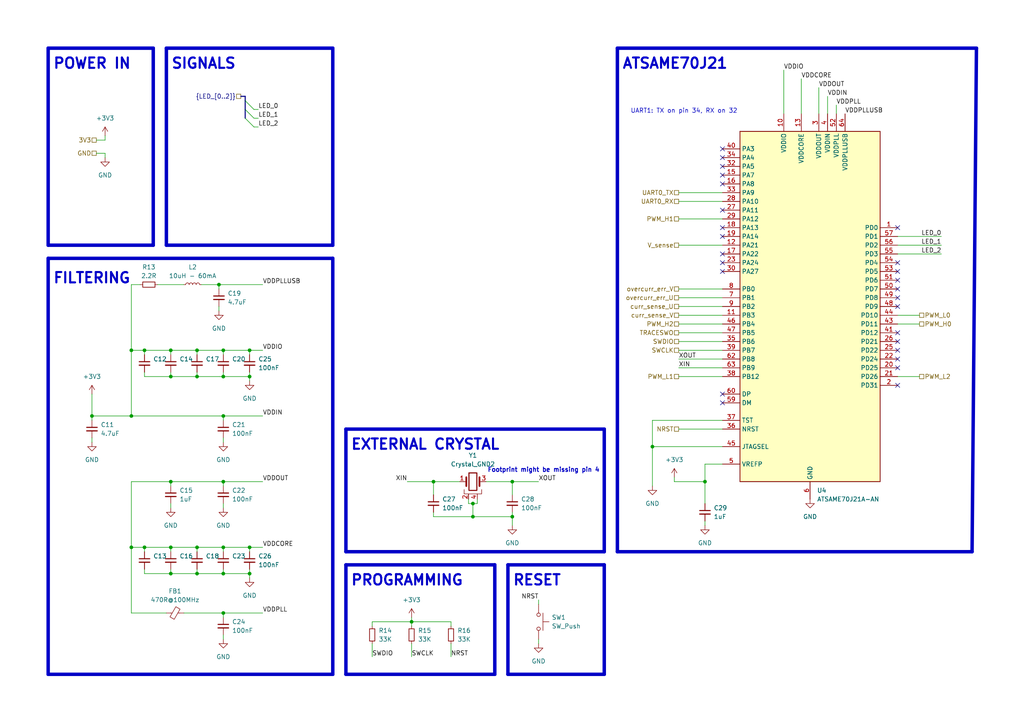
<source format=kicad_sch>
(kicad_sch (version 20211123) (generator eeschema)
  (paper "A4")
  (title_block (title "MCU") (date "2022-07-21") (rev "1"))
  (lib_symbols
    (symbol "Device:C_Small" (pin_numbers hide) (pin_names (offset 0.254) hide)
      (property "Reference" "C" (at 0.254 1.778 0))
      (property "Value" "C_Small" (at 0.254 -2.032 0))
      (symbol "C_Small_0_1"
        (polyline (pts (xy -1.524 -0.508) (xy 1.524 -0.508)) (stroke (width 0.3302)))
        (polyline (pts (xy -1.524 0.508) (xy 1.524 0.508)) (stroke (width 0.3048)))
      )
      (symbol "C_Small_1_1"
        (pin passive line (at 0 2.54 270) (length 2.032) (name "~") (number "1"))
        (pin passive line (at 0 -2.54 90) (length 2.032) (name "~") (number "2"))
      )
    )
    (symbol "Device:Crystal_GND2" (pin_names (offset 1.016) hide)
      (property "Reference" "Y1" (at 0 7.62 0))
      (property "Value" "Crystal_GND2" (at 0 5.08 0))
      (symbol "Crystal_GND2_0_1"
        (rectangle (start -1.143 2.54) (end 1.143 -2.54) (stroke (width 0.3048)))
        (polyline (pts (xy -2.54 0) (xy -1.905 0)))
        (polyline (pts (xy -1.905 -1.27) (xy -1.905 1.27)) (stroke (width 0.508)))
        (polyline (pts (xy -1.27 -3.81) (xy -1.27 -3.556)))
        (polyline (pts (xy 1.27 -3.81) (xy 1.27 -3.556)))
        (polyline (pts (xy 1.905 0) (xy 2.54 0)))
        (polyline (pts (xy 1.905 1.27) (xy 1.905 -1.27)) (stroke (width 0.508)))
        (polyline (pts (xy -2.54 -2.286) (xy -2.54 -3.556) (xy 2.54 -3.556) (xy 2.54 -2.286)))
      )
      (symbol "Crystal_GND2_1_1"
        (pin passive line (at -3.81 0 0) (length 1.27) (name "1") (number "1"))
        (pin passive line (at -1.27 -5.08 90) (length 1.27) (name "2") (number "2"))
        (pin passive line (at 3.81 0 180) (length 1.27) (name "3") (number "3"))
        (pin passive line (at 1.27 -5.08 90) (length 1.27) (name "4") (number "4"))
      )
    )
    (symbol "Device:FerriteBead_Small" (pin_numbers hide) (pin_names (offset 0))
      (property "Reference" "FB" (at 1.905 1.27 0))
      (property "Value" "FerriteBead_Small" (at 1.905 -1.27 0))
      (symbol "FerriteBead_Small_0_1"
        (polyline (pts (xy 0 -1.27) (xy 0 -0.7874)))
        (polyline (pts (xy 0 0.889) (xy 0 1.2954)))
        (polyline (pts (xy -1.8288 0.2794) (xy -1.1176 1.4986) (xy 1.8288 -0.2032) (xy 1.1176 -1.4224) (xy -1.8288 0.2794)))
      )
      (symbol "FerriteBead_Small_1_1"
        (pin passive line (at 0 2.54 270) (length 1.27) (name "~") (number "1"))
        (pin passive line (at 0 -2.54 90) (length 1.27) (name "~") (number "2"))
      )
    )
    (symbol "Device:L_Small" (pin_numbers hide) (pin_names (offset 0.254) hide)
      (property "Reference" "L" (at 0.762 1.016 0))
      (property "Value" "L_Small" (at 0.762 -1.016 0))
      (symbol "L_Small_0_1"
        (arc (start 0 -2.032) (mid 0.508 -1.524) (end 0 -1.016))
        (arc (start 0 -1.016) (mid 0.508 -0.508) (end 0 0))
        (arc (start 0 0) (mid 0.508 0.508) (end 0 1.016))
        (arc (start 0 1.016) (mid 0.508 1.524) (end 0 2.032))
      )
      (symbol "L_Small_1_1"
        (pin passive line (at 0 2.54 270) (length 0.508) (name "~") (number "1"))
        (pin passive line (at 0 -2.54 90) (length 0.508) (name "~") (number "2"))
      )
    )
    (symbol "Device:R_Small" (pin_numbers hide) (pin_names (offset 0.254) hide)
      (property "Reference" "R" (at 0.762 0.508 0))
      (property "Value" "R_Small" (at 0.762 -1.016 0))
      (symbol "R_Small_0_1"
        (rectangle (start -0.762 1.778) (end 0.762 -1.778) (stroke (width 0.2032)))
      )
      (symbol "R_Small_1_1"
        (pin passive line (at 0 2.54 270) (length 0.762) (name "~") (number "1"))
        (pin passive line (at 0 -2.54 90) (length 0.762) (name "~") (number "2"))
      )
    )
    (symbol "MCU_Microchip_SAME:ATSAME70J21A-AN"
      (property "Reference" "U" (at -17.78 53.34 0))
      (property "Value" "ATSAME70J21A-AN" (at -12.7 -53.34 0))
      (symbol "ATSAME70J21A-AN_0_1"
        (rectangle (start -20.32 50.8) (end 20.32 -50.8) (stroke (width 0.254)) (fill (type background)))
      )
      (symbol "ATSAME70J21A-AN_1_0"
        (pin power_in line (at 10.16 55.88 270) (length 5.08) (name "VDDPLLUSB") (number "64"))
      )
      (symbol "ATSAME70J21A-AN_1_1"
        (pin bidirectional line (at 25.4 22.86 180) (length 5.08) (name "PD0") (number "1"))
        (pin power_in line (at -7.62 55.88 270) (length 5.08) (name "VDDIO") (number "10"))
        (pin bidirectional line (at -25.4 -2.54 0) (length 5.08) (name "PB3") (number "11"))
        (pin bidirectional line (at -25.4 17.78 0) (length 5.08) (name "PA21") (number "12"))
        (pin power_in line (at -2.54 55.88 270) (length 5.08) (name "VDDCORE") (number "13"))
        (pin passive line (at 0 -55.88 90) (length 5.08) hide (name "GND") (number "14"))
        (pin bidirectional line (at -25.4 38.1 0) (length 5.08) (name "PA7") (number "15"))
        (pin bidirectional line (at -25.4 35.56 0) (length 5.08) (name "PA8") (number "16"))
        (pin bidirectional line (at -25.4 15.24 0) (length 5.08) (name "PA22") (number "17"))
        (pin bidirectional line (at -25.4 22.86 0) (length 5.08) (name "PA13") (number "18"))
        (pin bidirectional line (at -25.4 20.32 0) (length 5.08) (name "PA14") (number "19"))
        (pin bidirectional line (at 25.4 -22.86 180) (length 5.08) (name "PD31") (number "2"))
        (pin bidirectional line (at 25.4 -17.78 180) (length 5.08) (name "PD25") (number "20"))
        (pin bidirectional line (at 25.4 -20.32 180) (length 5.08) (name "PD26") (number "21"))
        (pin bidirectional line (at 25.4 -15.24 180) (length 5.08) (name "PD24") (number "22"))
        (pin bidirectional line (at -25.4 12.7 0) (length 5.08) (name "PA24") (number "23"))
        (pin passive line (at -2.54 55.88 270) (length 5.08) hide (name "VDDCORE") (number "24"))
        (pin bidirectional line (at 25.4 -12.7 180) (length 5.08) (name "PD22") (number "25"))
        (pin bidirectional line (at 25.4 -10.16 180) (length 5.08) (name "PD21") (number "26"))
        (pin bidirectional line (at -25.4 27.94 0) (length 5.08) (name "PA11") (number "27"))
        (pin bidirectional line (at -25.4 30.48 0) (length 5.08) (name "PA10") (number "28"))
        (pin bidirectional line (at -25.4 25.4 0) (length 5.08) (name "PA12") (number "29"))
        (pin power_in line (at 2.54 55.88 270) (length 5.08) (name "VDDOUT") (number "3"))
        (pin bidirectional line (at -25.4 10.16 0) (length 5.08) (name "PA27") (number "30"))
        (pin passive line (at 0 -55.88 90) (length 5.08) hide (name "GND") (number "31"))
        (pin bidirectional line (at -25.4 40.64 0) (length 5.08) (name "PA5") (number "32"))
        (pin bidirectional line (at -25.4 33.02 0) (length 5.08) (name "PA9") (number "33"))
        (pin bidirectional line (at -25.4 43.18 0) (length 5.08) (name "PA4") (number "34"))
        (pin bidirectional line (at -25.4 -10.16 0) (length 5.08) (name "PB6") (number "35"))
        (pin bidirectional line (at -25.4 -35.56 0) (length 5.08) (name "NRST") (number "36"))
        (pin input line (at -25.4 -33.02 0) (length 5.08) (name "TST") (number "37"))
        (pin bidirectional line (at -25.4 -20.32 0) (length 5.08) (name "PB12") (number "38"))
        (pin bidirectional line (at -25.4 -12.7 0) (length 5.08) (name "PB7") (number "39"))
        (pin power_in line (at 5.08 55.88 270) (length 5.08) (name "VDDIN") (number "4"))
        (pin bidirectional line (at -25.4 45.72 0) (length 5.08) (name "PA3") (number "40"))
        (pin bidirectional line (at 25.4 -7.62 180) (length 5.08) (name "PD12") (number "41"))
        (pin passive line (at -7.62 55.88 270) (length 5.08) hide (name "VDDIO") (number "42"))
        (pin bidirectional line (at 25.4 -5.08 180) (length 5.08) (name "PD11") (number "43"))
        (pin bidirectional line (at 25.4 -2.54 180) (length 5.08) (name "PD10") (number "44"))
        (pin input line (at -25.4 -40.64 0) (length 5.08) (name "JTAGSEL") (number "45"))
        (pin bidirectional line (at -25.4 -5.08 0) (length 5.08) (name "PB4") (number "46"))
        (pin bidirectional line (at -25.4 -7.62 0) (length 5.08) (name "PB5") (number "47"))
        (pin bidirectional line (at 25.4 0 180) (length 5.08) (name "PD9") (number "48"))
        (pin bidirectional line (at 25.4 2.54 180) (length 5.08) (name "PD8") (number "49"))
        (pin input line (at -25.4 -45.72 0) (length 5.08) (name "VREFP") (number "5"))
        (pin bidirectional line (at 25.4 5.08 180) (length 5.08) (name "PD7") (number "50"))
        (pin bidirectional line (at 25.4 7.62 180) (length 5.08) (name "PD6") (number "51"))
        (pin power_in line (at 7.62 55.88 270) (length 5.08) (name "VDDPLL") (number "52"))
        (pin bidirectional line (at 25.4 10.16 180) (length 5.08) (name "PD5") (number "53"))
        (pin bidirectional line (at 25.4 12.7 180) (length 5.08) (name "PD4") (number "54"))
        (pin bidirectional line (at 25.4 15.24 180) (length 5.08) (name "PD3") (number "55"))
        (pin bidirectional line (at 25.4 17.78 180) (length 5.08) (name "PD2") (number "56"))
        (pin bidirectional line (at 25.4 20.32 180) (length 5.08) (name "PD1") (number "57"))
        (pin passive line (at -7.62 55.88 270) (length 5.08) hide (name "VDDIO") (number "58"))
        (pin bidirectional line (at -25.4 -27.94 0) (length 5.08) (name "DM") (number "59"))
        (pin power_in line (at 0 -55.88 90) (length 5.08) (name "GND") (number "6"))
        (pin bidirectional line (at -25.4 -25.4 0) (length 5.08) (name "DP") (number "60"))
        (pin passive line (at -2.54 55.88 270) (length 5.08) hide (name "VDDCORE") (number "61"))
        (pin bidirectional line (at -25.4 -15.24 0) (length 5.08) (name "PB8") (number "62"))
        (pin bidirectional line (at -25.4 -17.78 0) (length 5.08) (name "PB9") (number "63"))
        (pin bidirectional line (at -25.4 2.54 0) (length 5.08) (name "PB1") (number "7"))
        (pin bidirectional line (at -25.4 5.08 0) (length 5.08) (name "PB0") (number "8"))
        (pin bidirectional line (at -25.4 0 0) (length 5.08) (name "PB2") (number "9"))
      )
    )
    (symbol "Switch:SW_Push" (pin_numbers hide) (pin_names (offset 1.016) hide)
      (property "Reference" "SW" (at 1.27 2.54 0))
      (property "Value" "SW_Push" (at 0 -1.524 0))
      (symbol "SW_Push_0_1"
        (circle (center -2.032 0) (radius 0.508))
        (polyline (pts (xy 0 1.27) (xy 0 3.048)))
        (polyline (pts (xy 2.54 1.27) (xy -2.54 1.27)))
        (circle (center 2.032 0) (radius 0.508))
        (pin passive line (at -5.08 0 0) (length 2.54) (name "1") (number "1"))
        (pin passive line (at 5.08 0 180) (length 2.54) (name "2") (number "2"))
      )
    )
    (symbol "power:+3V3" (power) (pin_names (offset 0))
      (property "Value" "+3V3" (at 0 3.556 0))
      (symbol "+3V3_0_1"
        (polyline (pts (xy -0.762 1.27) (xy 0 2.54)))
        (polyline (pts (xy 0 0) (xy 0 2.54)))
        (polyline (pts (xy 0 2.54) (xy 0.762 1.27)))
      )
      (symbol "+3V3_1_1"
        (pin power_in line (at 0 0 90) (length 0) hide (name "+3V3") (number "1"))
      )
    )
    (symbol "power:GND" (power) (pin_names (offset 0))
      (property "Value" "GND" (at 0 -3.81 0))
      (symbol "GND_0_1"
        (polyline (pts (xy 0 0) (xy 0 -1.27) (xy 1.27 -1.27) (xy 0 -2.54) (xy -1.27 -1.27) (xy 0 -1.27)))
      )
      (symbol "GND_1_1"
        (pin power_in line (at 0 0 270) (length 0) hide (name "GND") (number "1"))
      )
    )
  )
  (junction (at 57.15 166.37))
  (junction (at 64.77 120.65))
  (junction (at 57.15 109.22))
  (junction (at 64.77 109.22))
  (junction (at 63.5 82.55))
  (junction (at 137.16 146.05))
  (junction (at 49.53 158.75))
  (junction (at 41.91 158.75))
  (junction (at 49.53 139.7))
  (junction (at 38.1 158.75))
  (junction (at 72.39 166.37))
  (junction (at 148.59 139.7))
  (junction (at 26.67 120.65))
  (junction (at 64.77 177.8))
  (junction (at 72.39 158.75))
  (junction (at 72.39 109.22))
  (junction (at 189.23 129.54))
  (junction (at 57.15 101.6))
  (junction (at 119.38 180.34))
  (junction (at 137.16 149.86))
  (junction (at 57.15 158.75))
  (junction (at 64.77 101.6))
  (junction (at 125.73 139.7))
  (junction (at 64.77 158.75))
  (junction (at 41.91 101.6))
  (junction (at 38.1 120.65))
  (junction (at 148.59 149.86))
  (junction (at 49.53 101.6))
  (junction (at 64.77 139.7))
  (junction (at 49.53 109.22))
  (junction (at 64.77 166.37))
  (junction (at 204.47 139.7))
  (junction (at 38.1 101.6))
  (junction (at 72.39 101.6))
  (junction (at 49.53 166.37))
  (no_connect (at 209.55 78.74))
  (no_connect (at 209.55 76.2))
  (no_connect (at 209.55 73.66))
  (no_connect (at 209.55 68.58))
  (no_connect (at 209.55 43.18))
  (no_connect (at 209.55 60.96))
  (no_connect (at 209.55 53.34))
  (no_connect (at 209.55 66.04))
  (no_connect (at 209.55 50.8))
  (no_connect (at 209.55 116.84))
  (no_connect (at 209.55 114.3))
  (no_connect (at 260.35 96.52))
  (no_connect (at 260.35 78.74))
  (no_connect (at 260.35 66.04))
  (no_connect (at 260.35 76.2))
  (no_connect (at 260.35 88.9))
  (no_connect (at 260.35 86.36))
  (no_connect (at 260.35 83.82))
  (no_connect (at 260.35 81.28))
  (no_connect (at 260.35 99.06))
  (no_connect (at 260.35 111.76))
  (no_connect (at 260.35 104.14))
  (no_connect (at 260.35 106.68))
  (no_connect (at 260.35 101.6))
  (no_connect (at 209.55 45.72))
  (no_connect (at 209.55 48.26))
  (bus_entry (at 71.12 34.29) (size 2.54 2.54))
  (bus_entry (at 71.12 31.75) (size 2.54 2.54))
  (bus_entry (at 71.12 29.21) (size 2.54 2.54))
  (wire (pts (xy 119.38 180.34) (xy 130.81 180.34)))
  (wire (pts (xy 63.5 82.55) (xy 76.2 82.55)))
  (polyline (pts (xy 175.26 124.46) (xy 100.33 124.46)) (stroke (width 1) (type solid)))
  (wire (pts (xy 49.53 146.05) (xy 49.53 147.32)))
  (polyline (pts (xy 143.51 163.83) (xy 143.51 195.58)) (stroke (width 1) (type solid)))
  (polyline (pts (xy 283.21 13.97) (xy 179.07 13.97)) (stroke (width 1) (type solid)))
  (wire (pts (xy 38.1 158.75) (xy 38.1 177.8)))
  (wire (pts (xy 64.77 165.1) (xy 64.77 166.37)))
  (wire (pts (xy 38.1 101.6) (xy 38.1 120.65)))
  (wire (pts (xy 260.35 109.22) (xy 266.7 109.22)))
  (wire (pts (xy 189.23 121.92) (xy 189.23 129.54)))
  (polyline (pts (xy 281.94 160.02) (xy 179.07 160.02)) (stroke (width 1) (type solid)))
  (wire (pts (xy 57.15 165.1) (xy 57.15 166.37)))
  (wire (pts (xy 49.53 158.75) (xy 57.15 158.75)))
  (wire (pts (xy 26.67 127) (xy 26.67 128.27)))
  (wire (pts (xy 195.58 139.7) (xy 204.47 139.7)))
  (wire (pts (xy 57.15 101.6) (xy 64.77 101.6)))
  (wire (pts (xy 49.53 160.02) (xy 49.53 158.75)))
  (wire (pts (xy 38.1 158.75) (xy 41.91 158.75)))
  (wire (pts (xy 64.77 109.22) (xy 72.39 109.22)))
  (polyline (pts (xy 13.97 74.93) (xy 96.52 74.93)) (stroke (width 1) (type solid)))
  (wire (pts (xy 204.47 151.13) (xy 204.47 152.4)))
  (wire (pts (xy 119.38 179.07) (xy 119.38 180.34)))
  (polyline (pts (xy 48.26 71.12) (xy 96.52 71.12)) (stroke (width 1) (type solid)))
  (polyline (pts (xy 44.45 13.97) (xy 44.45 71.12)) (stroke (width 1) (type solid)))
  (wire (pts (xy 38.1 139.7) (xy 38.1 158.75)))
  (wire (pts (xy 64.77 127) (xy 64.77 128.27)))
  (wire (pts (xy 135.89 146.05) (xy 137.16 146.05)))
  (wire (pts (xy 64.77 166.37) (xy 72.39 166.37)))
  (wire (pts (xy 57.15 166.37) (xy 64.77 166.37)))
  (wire (pts (xy 156.21 185.42) (xy 156.21 186.69)))
  (wire (pts (xy 119.38 180.34) (xy 119.38 181.61)))
  (wire (pts (xy 125.73 139.7) (xy 133.35 139.7)))
  (polyline (pts (xy 175.26 195.58) (xy 175.26 163.83)) (stroke (width 1) (type solid)))
  (wire (pts (xy 49.53 101.6) (xy 57.15 101.6)))
  (polyline (pts (xy 100.33 124.46) (xy 100.33 160.02)) (stroke (width 1) (type solid)))
  (wire (pts (xy 57.15 109.22) (xy 64.77 109.22)))
  (wire (pts (xy 204.47 134.62) (xy 209.55 134.62)))
  (wire (pts (xy 63.5 88.9) (xy 63.5 90.17)))
  (wire (pts (xy 45.72 82.55) (xy 53.34 82.55)))
  (wire (pts (xy 138.43 146.05) (xy 138.43 144.78)))
  (wire (pts (xy 72.39 158.75) (xy 76.2 158.75)))
  (polyline (pts (xy 147.32 163.83) (xy 147.32 195.58)) (stroke (width 1) (type solid)))
  (polyline (pts (xy 96.52 13.97) (xy 96.52 71.12)) (stroke (width 1) (type solid)))
  (wire (pts (xy 64.77 158.75) (xy 72.39 158.75)))
  (wire (pts (xy 196.85 104.14) (xy 209.55 104.14)))
  (wire (pts (xy 125.73 148.59) (xy 125.73 149.86)))
  (wire (pts (xy 196.85 88.9) (xy 209.55 88.9)))
  (wire (pts (xy 41.91 166.37) (xy 49.53 166.37)))
  (wire (pts (xy 64.77 102.87) (xy 64.77 101.6)))
  (wire (pts (xy 196.85 101.6) (xy 209.55 101.6)))
  (wire (pts (xy 38.1 82.55) (xy 40.64 82.55)))
  (wire (pts (xy 260.35 91.44) (xy 266.7 91.44)))
  (wire (pts (xy 41.91 165.1) (xy 41.91 166.37)))
  (wire (pts (xy 148.59 139.7) (xy 156.21 139.7)))
  (wire (pts (xy 64.77 121.92) (xy 64.77 120.65)))
  (wire (pts (xy 72.39 102.87) (xy 72.39 101.6)))
  (wire (pts (xy 38.1 139.7) (xy 49.53 139.7)))
  (wire (pts (xy 137.16 149.86) (xy 148.59 149.86)))
  (wire (pts (xy 57.15 107.95) (xy 57.15 109.22)))
  (polyline (pts (xy 179.07 13.97) (xy 179.07 160.02)) (stroke (width 1) (type solid)))
  (wire (pts (xy 125.73 139.7) (xy 125.73 143.51)))
  (wire (pts (xy 260.35 93.98) (xy 266.7 93.98)))
  (polyline (pts (xy 48.26 13.97) (xy 96.52 13.97)) (stroke (width 1) (type solid)))
  (wire (pts (xy 26.67 121.92) (xy 26.67 120.65)))
  (wire (pts (xy 196.85 91.44) (xy 209.55 91.44)))
  (wire (pts (xy 49.53 139.7) (xy 49.53 140.97)))
  (polyline (pts (xy 175.26 160.02) (xy 100.33 160.02)) (stroke (width 1) (type solid)))
  (wire (pts (xy 140.97 139.7) (xy 148.59 139.7)))
  (wire (pts (xy 137.16 146.05) (xy 138.43 146.05)))
  (wire (pts (xy 209.55 121.92) (xy 189.23 121.92)))
  (wire (pts (xy 38.1 120.65) (xy 26.67 120.65)))
  (wire (pts (xy 64.77 139.7) (xy 64.77 140.97)))
  (wire (pts (xy 196.85 93.98) (xy 209.55 93.98)))
  (wire (pts (xy 63.5 83.82) (xy 63.5 82.55)))
  (wire (pts (xy 64.77 139.7) (xy 76.2 139.7)))
  (wire (pts (xy 57.15 158.75) (xy 64.77 158.75)))
  (wire (pts (xy 27.94 44.45) (xy 30.48 44.45)))
  (wire (pts (xy 204.47 139.7) (xy 204.47 146.05)))
  (wire (pts (xy 260.35 68.58) (xy 273.05 68.58)))
  (wire (pts (xy 38.1 120.65) (xy 64.77 120.65)))
  (wire (pts (xy 38.1 101.6) (xy 41.91 101.6)))
  (wire (pts (xy 41.91 158.75) (xy 49.53 158.75)))
  (wire (pts (xy 196.85 86.36) (xy 209.55 86.36)))
  (wire (pts (xy 240.03 27.94) (xy 240.03 33.02)))
  (wire (pts (xy 196.85 109.22) (xy 209.55 109.22)))
  (wire (pts (xy 64.77 177.8) (xy 64.77 179.07)))
  (wire (pts (xy 41.91 102.87) (xy 41.91 101.6)))
  (wire (pts (xy 73.66 36.83) (xy 74.93 36.83)))
  (wire (pts (xy 41.91 160.02) (xy 41.91 158.75)))
  (wire (pts (xy 49.53 109.22) (xy 57.15 109.22)))
  (polyline (pts (xy 100.33 195.58) (xy 143.51 195.58)) (stroke (width 1) (type solid)))
  (polyline (pts (xy 13.97 13.97) (xy 13.97 71.12)) (stroke (width 1) (type solid)))
  (wire (pts (xy 64.77 146.05) (xy 64.77 147.32)))
  (polyline (pts (xy 143.51 163.83) (xy 100.33 163.83)) (stroke (width 1) (type solid)))
  (wire (pts (xy 73.66 34.29) (xy 74.93 34.29)))
  (wire (pts (xy 49.53 166.37) (xy 57.15 166.37)))
  (wire (pts (xy 48.26 177.8) (xy 38.1 177.8)))
  (wire (pts (xy 53.34 177.8) (xy 64.77 177.8)))
  (wire (pts (xy 196.85 96.52) (xy 209.55 96.52)))
  (wire (pts (xy 72.39 166.37) (xy 72.39 167.64)))
  (wire (pts (xy 148.59 139.7) (xy 148.59 143.51)))
  (wire (pts (xy 119.38 186.69) (xy 119.38 190.5)))
  (wire (pts (xy 72.39 166.37) (xy 72.39 165.1)))
  (wire (pts (xy 64.77 120.65) (xy 76.2 120.65)))
  (wire (pts (xy 107.95 180.34) (xy 119.38 180.34)))
  (bus (pts (xy 69.85 27.94) (xy 71.12 27.94)))
  (wire (pts (xy 27.94 40.64) (xy 30.48 40.64)))
  (wire (pts (xy 148.59 149.86) (xy 148.59 152.4)))
  (wire (pts (xy 30.48 39.37) (xy 30.48 40.64)))
  (wire (pts (xy 189.23 129.54) (xy 209.55 129.54)))
  (polyline (pts (xy 13.97 74.93) (xy 13.97 195.58)) (stroke (width 1) (type solid)))
  (wire (pts (xy 30.48 44.45) (xy 30.48 45.72)))
  (wire (pts (xy 196.85 99.06) (xy 209.55 99.06)))
  (wire (pts (xy 64.77 101.6) (xy 72.39 101.6)))
  (wire (pts (xy 130.81 181.61) (xy 130.81 180.34)))
  (wire (pts (xy 41.91 107.95) (xy 41.91 109.22)))
  (polyline (pts (xy 175.26 124.46) (xy 175.26 160.02)) (stroke (width 1) (type solid)))
  (wire (pts (xy 107.95 181.61) (xy 107.95 180.34)))
  (wire (pts (xy 49.53 102.87) (xy 49.53 101.6)))
  (wire (pts (xy 125.73 149.86) (xy 137.16 149.86)))
  (wire (pts (xy 26.67 114.3) (xy 26.67 120.65)))
  (wire (pts (xy 260.35 71.12) (xy 273.05 71.12)))
  (wire (pts (xy 57.15 102.87) (xy 57.15 101.6)))
  (wire (pts (xy 189.23 140.97) (xy 189.23 129.54)))
  (bus (pts (xy 71.12 27.94) (xy 71.12 29.21)))
  (wire (pts (xy 64.77 107.95) (xy 64.77 109.22)))
  (bus (pts (xy 71.12 31.75) (xy 71.12 34.29)))
  (polyline (pts (xy 48.26 13.97) (xy 48.26 71.12)) (stroke (width 1) (type solid)))
  (wire (pts (xy 237.49 25.4) (xy 237.49 33.02)))
  (wire (pts (xy 49.53 165.1) (xy 49.53 166.37)))
  (wire (pts (xy 196.85 58.42) (xy 209.55 58.42)))
  (wire (pts (xy 196.85 63.5) (xy 209.55 63.5)))
  (wire (pts (xy 196.85 124.46) (xy 209.55 124.46)))
  (wire (pts (xy 72.39 160.02) (xy 72.39 158.75)))
  (wire (pts (xy 196.85 71.12) (xy 209.55 71.12)))
  (polyline (pts (xy 13.97 13.97) (xy 44.45 13.97)) (stroke (width 1) (type solid)))
  (wire (pts (xy 41.91 101.6) (xy 49.53 101.6)))
  (wire (pts (xy 49.53 107.95) (xy 49.53 109.22)))
  (polyline (pts (xy 96.52 195.58) (xy 13.97 195.58)) (stroke (width 1) (type solid)))
  (wire (pts (xy 196.85 55.88) (xy 209.55 55.88)))
  (polyline (pts (xy 283.21 13.97) (xy 281.94 160.02)) (stroke (width 1) (type solid)))
  (wire (pts (xy 38.1 82.55) (xy 38.1 101.6)))
  (wire (pts (xy 118.11 139.7) (xy 125.73 139.7)))
  (wire (pts (xy 148.59 148.59) (xy 148.59 149.86)))
  (wire (pts (xy 260.35 73.66) (xy 273.05 73.66)))
  (wire (pts (xy 196.85 106.68) (xy 209.55 106.68)))
  (wire (pts (xy 49.53 139.7) (xy 64.77 139.7)))
  (bus (pts (xy 71.12 29.21) (xy 71.12 31.75)))
  (wire (pts (xy 41.91 109.22) (xy 49.53 109.22)))
  (wire (pts (xy 204.47 134.62) (xy 204.47 139.7)))
  (wire (pts (xy 107.95 190.5) (xy 107.95 186.69)))
  (polyline (pts (xy 100.33 163.83) (xy 100.33 195.58)) (stroke (width 1) (type solid)))
  (wire (pts (xy 64.77 184.15) (xy 64.77 185.42)))
  (wire (pts (xy 64.77 160.02) (xy 64.77 158.75)))
  (wire (pts (xy 227.33 20.32) (xy 227.33 33.02)))
  (wire (pts (xy 64.77 177.8) (xy 76.2 177.8)))
  (wire (pts (xy 72.39 109.22) (xy 72.39 110.49)))
  (polyline (pts (xy 96.52 74.93) (xy 96.52 195.58)) (stroke (width 1) (type solid)))
  (wire (pts (xy 232.41 22.86) (xy 232.41 33.02)))
  (wire (pts (xy 58.42 82.55) (xy 63.5 82.55)))
  (wire (pts (xy 195.58 138.43) (xy 195.58 139.7)))
  (polyline (pts (xy 147.32 195.58) (xy 175.26 195.58)) (stroke (width 1) (type solid)))
  (polyline (pts (xy 175.26 163.83) (xy 147.32 163.83)) (stroke (width 1) (type solid)))
  (wire (pts (xy 72.39 101.6) (xy 76.2 101.6)))
  (polyline (pts (xy 13.97 71.12) (xy 44.45 71.12)) (stroke (width 1) (type solid)))
  (wire (pts (xy 73.66 31.75) (xy 74.93 31.75)))
  (wire (pts (xy 57.15 160.02) (xy 57.15 158.75)))
  (wire (pts (xy 135.89 144.78) (xy 135.89 146.05)))
  (wire (pts (xy 130.81 186.69) (xy 130.81 190.5)))
  (wire (pts (xy 72.39 109.22) (xy 72.39 107.95)))
  (wire (pts (xy 156.21 173.99) (xy 156.21 175.26)))
  (wire (pts (xy 242.57 30.48) (xy 242.57 33.02)))
  (wire (pts (xy 196.85 83.82) (xy 209.55 83.82)))
  (wire (pts (xy 137.16 146.05) (xy 137.16 149.86)))
  (text "POWER IN" (at 15.24 20.32 0) (effects (font (size 3 3) bold) (justify left bottom)))
  (text "ATSAME70J21" (at 180.34 20.32 0) (effects (font (size 3 3) (thickness 0.6) bold) (justify left bottom)))
  (text "SIGNALS" (at 49.53 20.32 0) (effects (font (size 3 3) bold) (justify left bottom)))
  (text "EXTERNAL CRYSTAL" (at 101.6 130.81 0) (effects (font (size 3 3) (thickness 0.6) bold) (justify left bottom)))
  (text "UART1: TX on pin 34, RX on 32" (at 182.88 33.02 0) (effects (font (size 1.27 1.27)) (justify left bottom)))
  (text "RESET" (at 148.59 170.18 0) (effects (font (size 3 3) (thickness 0.6) bold) (justify left bottom)))
  (text "Footprint might be missing pin 4" (at 173.99 137.16 180) (effects (font (size 1.27 1.27) (thickness 0.254) bold) (justify right bottom)))
  (text "PROGRAMMING" (at 101.6 170.18 0) (effects (font (size 3 3) (thickness 0.6) bold) (justify left bottom)))
  (text "FILTERING" (at 15.24 82.55 0) (effects (font (size 3 3) (thickness 0.6) bold) (justify left bottom)))
  (label "XIN" (at 118.11 139.7 180))
  (label "VDDCORE" (at 76.2 158.75 0))
  (label "LED_2" (at 74.93 36.83 0))
  (label "XOUT" (at 196.85 104.14 0))
  (label "VDDIO" (at 76.2 101.6 0))
  (label "LED_2" (at 273.05 73.66 180))
  (label "LED_1" (at 273.05 71.12 180))
  (label "XIN" (at 196.85 106.68 0))
  (label "LED_0" (at 74.93 31.75 0))
  (label "NRST" (at 156.21 173.99 180))
  (label "LED_1" (at 74.93 34.29 0))
  (label "VDDPLL" (at 242.57 30.48 0))
  (label "VDDPLLUSB" (at 245.11 33.02 0))
  (label "SWDIO" (at 107.95 190.5 0))
  (label "VDDIO" (at 227.33 20.32 0))
  (label "VDDOUT" (at 76.2 139.7 0))
  (label "NRST" (at 130.81 190.5 0))
  (label "VDDPLLUSB" (at 76.2 82.55 0))
  (label "LED_0" (at 273.05 68.58 180))
  (label "VDDPLL" (at 76.2 177.8 0))
  (label "VDDOUT" (at 237.49 25.4 0))
  (label "VDDCORE" (at 232.41 22.86 0))
  (label "VDDIN" (at 76.2 120.65 0))
  (label "SWCLK" (at 119.38 190.5 0))
  (label "XOUT" (at 156.21 139.7 0))
  (label "VDDIN" (at 240.03 27.94 0))
  (hierarchical_label "TRACESWO" (shape passive) (at 196.85 96.52 180))
  (hierarchical_label "PWM_L2" (shape passive) (at 266.7 109.22 0))
  (hierarchical_label "GND" (shape passive) (at 27.94 44.45 180))
  (hierarchical_label "curr_sense_U" (shape passive) (at 196.85 88.9 180))
  (hierarchical_label "V_sense" (shape passive) (at 196.85 71.12 180))
  (hierarchical_label "PWM_L1" (shape passive) (at 196.85 109.22 180))
  (hierarchical_label "PWM_L0" (shape passive) (at 266.7 91.44 0))
  (hierarchical_label "SWDIO" (shape passive) (at 196.85 99.06 180))
  (hierarchical_label "SWCLK" (shape passive) (at 196.85 101.6 180))
  (hierarchical_label "3V3" (shape passive) (at 27.94 40.64 180))
  (hierarchical_label "curr_sense_V" (shape passive) (at 196.85 91.44 180))
  (hierarchical_label "PWM_H2" (shape passive) (at 196.85 93.98 180))
  (hierarchical_label "{LED_[0..2]}" (shape passive) (at 69.85 27.94 180))
  (hierarchical_label "PWM_H1" (shape passive) (at 196.85 63.5 180))
  (hierarchical_label "UART0_RX" (shape passive) (at 196.85 58.42 180))
  (hierarchical_label "PWM_H0" (shape passive) (at 266.7 93.98 0))
  (hierarchical_label "overcurr_err_U" (shape passive) (at 196.85 86.36 180))
  (hierarchical_label "UART0_TX" (shape passive) (at 196.85 55.88 180))
  (hierarchical_label "overcurr_err_V" (shape passive) (at 196.85 83.82 180))
  (hierarchical_label "NRST" (shape passive) (at 196.85 124.46 180))
  (symbol (lib_id "power:GND") (at 64.77 147.32 0) (unit 1)
    (property "Reference" "#PWR044" (effects hide))
    (property "Value" "GND" (at 64.77 152.4 0))
  )
  (symbol (lib_id "power:GND") (at 72.39 167.64 0) (unit 1)
    (property "Reference" "#PWR047" (effects hide))
    (property "Value" "GND" (at 72.39 172.72 0))
  )
  (symbol (lib_id "power:+3V3") (at 195.58 138.43 0) (unit 1)
    (property "Reference" "#PWR052" (effects hide))
    (property "Value" "+3V3" (at 195.58 133.35 0))
  )
  (symbol (lib_id "Device:C_Small") (at 49.53 162.56 0) (unit 1)
    (property "Reference" "C16" (at 52.07 161.2962 0) (effects (justify left)))
    (property "Value" "100nF" (effects hide))
    (property "Footprint" "Capacitor_SMD:C_0603_1608Metric" (effects hide))
  )
  (symbol (lib_id "Device:C_Small") (at 64.77 105.41 0) (unit 1)
    (property "Reference" "C20" (at 67.31 104.1462 0) (effects (justify left)))
    (property "Value" "100nF" (effects hide))
    (property "Footprint" "Capacitor_SMD:C_0603_1608Metric" (effects hide))
  )
  (symbol (lib_id "Device:C_Small") (at 64.77 124.46 0) (unit 1)
    (property "Reference" "C21" (at 67.31 123.1962 0) (effects (justify left)))
    (property "Value" "100nF" (at 67.31 125.7362 0) (effects (justify left)))
    (property "Footprint" "Capacitor_SMD:C_0603_1608Metric" (effects hide))
  )
  (symbol (lib_id "MCU_Microchip_SAME:ATSAME70J21A-AN") (at 234.95 88.9 0) (unit 1)
    (property "Reference" "U4" (at 236.9694 142.24 0) (effects (justify left)))
    (property "Value" "ATSAME70J21A-AN" (at 236.9694 144.78 0) (effects (justify left)))
    (property "Footprint" "Package_QFP:LQFP-64_10x10mm_P0.5mm" (effects hide))
    (property "Datasheet" "http://ww1.microchip.com/downloads/en/DeviceDoc/SAM-E70-S70-V70-V71-Family-Data-Sheet-DS60001527D.pdf" (effects hide))
  )
  (symbol (lib_id "Device:Crystal_GND2") (at 137.16 139.7 0) (unit 1)
    (property "Reference" "Y1" (at 137.16 132.08 0))
    (property "Value" "Crystal_GND2" (at 137.16 134.62 0))
    (property "Footprint" "ECS-120-10-33B-CKM-TR:XTAL_ECS-120-10-33B-CKM-TR" (effects hide))
    (property "Datasheet" "https://ecsxtal.com/store/pdf/ECS-33B.pdf" (effects hide))
    (property "Part no" "ECS-120-10-33B-CKM-TR" (effects hide))
  )
  (symbol (lib_id "Device:C_Small") (at 57.15 162.56 0) (unit 1)
    (property "Reference" "C18" (at 59.69 161.2962 0) (effects (justify left)))
    (property "Value" "100nF" (effects hide))
    (property "Footprint" "Capacitor_SMD:C_0603_1608Metric" (effects hide))
  )
  (symbol (lib_id "Device:R_Small") (at 130.81 184.15 0) (unit 1)
    (property "Reference" "R16" (at 134.62 182.88 0))
    (property "Value" "33K" (at 134.62 185.42 0))
    (property "Footprint" "Resistor_SMD:R_0603_1608Metric" (effects hide))
  )
  (symbol (lib_id "Device:C_Small") (at 72.39 162.56 0) (unit 1)
    (property "Reference" "C26" (at 74.93 161.2962 0) (effects (justify left)))
    (property "Value" "100nF" (at 74.93 163.8362 0) (effects (justify left)))
    (property "Footprint" "Capacitor_SMD:C_0603_1608Metric" (effects hide))
  )
  (symbol (lib_id "power:GND") (at 204.47 152.4 0) (unit 1)
    (property "Reference" "#PWR053" (effects hide))
    (property "Value" "GND" (at 204.47 157.48 0))
  )
  (symbol (lib_id "power:GND") (at 72.39 110.49 0) (unit 1)
    (property "Reference" "#PWR046" (effects hide))
    (property "Value" "GND" (at 72.39 115.57 0))
  )
  (symbol (lib_id "power:GND") (at 49.53 147.32 0) (unit 1)
    (property "Reference" "#PWR041" (effects hide))
    (property "Value" "GND" (at 49.53 152.4 0))
  )
  (symbol (lib_id "Device:L_Small") (at 55.88 82.55 90) (unit 1)
    (property "Reference" "L2" (at 55.88 77.47 90))
    (property "Value" "10uH - 60mA" (at 55.88 80.01 90))
    (property "Footprint" "Inductor_SMD:L_0201_0603Metric" (effects hide))
    (property "Datasheet" "https://ds.yuden.co.jp/TYCOMPAS/ut/detail?pn=LLQBA160808T100M&u=M" (effects hide))
    (property "Part no" "LB1608T100M" (effects hide))
  )
  (symbol (lib_id "Device:C_Small") (at 49.53 105.41 0) (unit 1)
    (property "Reference" "C14" (at 52.07 104.1462 0) (effects (justify left)))
    (property "Value" "100nF" (effects hide))
    (property "Footprint" "Capacitor_SMD:C_0603_1608Metric" (effects hide))
  )
  (symbol (lib_id "power:GND") (at 189.23 140.97 0) (unit 1)
    (property "Reference" "#PWR051" (effects hide))
    (property "Value" "GND" (at 189.23 146.05 0))
  )
  (symbol (lib_id "power:GND") (at 63.5 90.17 0) (unit 1)
    (property "Reference" "#PWR042" (effects hide))
    (property "Value" "GND" (at 63.5 95.25 0))
  )
  (symbol (lib_id "Device:R_Small") (at 107.95 184.15 180) (unit 1)
    (property "Reference" "R14" (at 111.76 182.88 0))
    (property "Value" "33K" (at 111.76 185.42 0))
    (property "Footprint" "Resistor_SMD:R_0603_1608Metric" (effects hide))
  )
  (symbol (lib_id "power:GND") (at 148.59 152.4 0) (unit 1)
    (property "Reference" "#PWR049" (effects hide))
    (property "Value" "GND" (at 148.59 157.48 0))
  )
  (symbol (lib_id "Device:C_Small") (at 72.39 105.41 0) (unit 1)
    (property "Reference" "C25" (at 74.93 104.1462 0) (effects (justify left)))
    (property "Value" "100nF" (at 74.93 106.6862 0) (effects (justify left)))
    (property "Footprint" "Capacitor_SMD:C_0603_1608Metric" (effects hide))
  )
  (symbol (lib_id "Device:C_Small") (at 64.77 181.61 0) (unit 1)
    (property "Reference" "C24" (at 67.31 180.3462 0) (effects (justify left)))
    (property "Value" "100nF" (at 67.31 182.8862 0) (effects (justify left)))
    (property "Footprint" "Capacitor_SMD:C_0603_1608Metric" (effects hide))
  )
  (symbol (lib_id "power:GND") (at 234.95 144.78 0) (unit 1)
    (property "Reference" "#PWR054" (effects hide))
    (property "Value" "GND" (at 234.95 149.86 0))
  )
  (symbol (lib_id "Switch:SW_Push") (at 156.21 180.34 270) (unit 1)
    (property "Reference" "SW1" (at 160.02 179.0699 90) (effects (justify left)))
    (property "Value" "SW_Push" (at 160.02 181.6099 90) (effects (justify left)))
    (property "Footprint" "FSM2JMTR:1478731" (effects hide))
    (property "Datasheet" "https://www.te.com/commerce/DocumentDelivery/DDEController?Action=srchrtrv&DocNm=147873&DocType=Customer+Drawing&DocLang=English" (effects hide))
    (property "Part no" "FSM2JMTR" (effects hide))
  )
  (symbol (lib_id "Device:C_Small") (at 41.91 105.41 0) (unit 1)
    (property "Reference" "C12" (at 44.45 104.1462 0) (effects (justify left)))
    (property "Value" "100nF" (effects hide))
    (property "Footprint" "Capacitor_SMD:C_0603_1608Metric" (effects hide))
  )
  (symbol (lib_id "Device:C_Small") (at 26.67 124.46 0) (unit 1)
    (property "Reference" "C11" (at 29.21 123.1962 0) (effects (justify left)))
    (property "Value" "4.7uF" (at 29.21 125.7362 0) (effects (justify left)))
    (property "Footprint" "Capacitor_SMD:C_0603_1608Metric" (effects hide))
  )
  (symbol (lib_id "power:GND") (at 64.77 128.27 0) (unit 1)
    (property "Reference" "#PWR043" (effects hide))
    (property "Value" "GND" (at 64.77 133.35 0))
  )
  (symbol (lib_id "Device:C_Small") (at 41.91 162.56 0) (unit 1)
    (property "Reference" "C13" (at 44.45 161.2962 0) (effects (justify left)))
    (property "Value" "100nF" (effects hide))
    (property "Footprint" "Capacitor_SMD:C_0603_1608Metric" (effects hide))
  )
  (symbol (lib_id "Device:C_Small") (at 148.59 146.05 0) (unit 1)
    (property "Reference" "C28" (at 151.13 144.7862 0) (effects (justify left)))
    (property "Value" "100nF" (at 151.13 147.3262 0) (effects (justify left)))
    (property "Footprint" "Capacitor_SMD:C_0603_1608Metric" (effects hide))
  )
  (symbol (lib_id "Device:C_Small") (at 204.47 148.59 0) (unit 1)
    (property "Reference" "C29" (at 207.01 147.3262 0) (effects (justify left)))
    (property "Value" "1uF" (at 207.01 149.8662 0) (effects (justify left)))
    (property "Footprint" "Capacitor_SMD:C_0603_1608Metric" (effects hide))
  )
  (symbol (lib_id "Device:C_Small") (at 57.15 105.41 0) (unit 1)
    (property "Reference" "C17" (at 59.69 104.1462 0) (effects (justify left)))
    (property "Value" "100nF" (effects hide))
    (property "Footprint" "Capacitor_SMD:C_0603_1608Metric" (effects hide))
  )
  (symbol (lib_id "Device:C_Small") (at 64.77 143.51 0) (unit 1)
    (property "Reference" "C22" (at 67.31 142.2462 0) (effects (justify left)))
    (property "Value" "100nF" (at 67.31 144.7862 0) (effects (justify left)))
    (property "Footprint" "Capacitor_SMD:C_0603_1608Metric" (effects hide))
  )
  (symbol (lib_id "power:GND") (at 26.67 128.27 0) (unit 1)
    (property "Reference" "#PWR038" (effects hide))
    (property "Value" "GND" (at 26.67 133.35 0))
  )
  (symbol (lib_id "power:GND") (at 64.77 185.42 0) (unit 1)
    (property "Reference" "#PWR045" (effects hide))
    (property "Value" "GND" (at 64.77 190.5 0))
  )
  (symbol (lib_id "Device:C_Small") (at 63.5 86.36 0) (unit 1)
    (property "Reference" "C19" (at 66.04 85.0962 0) (effects (justify left)))
    (property "Value" "4.7uF" (at 66.04 87.6362 0) (effects (justify left)))
    (property "Footprint" "Capacitor_SMD:C_0603_1608Metric" (effects hide))
  )
  (symbol (lib_id "Device:C_Small") (at 64.77 162.56 0) (unit 1)
    (property "Reference" "C23" (at 67.31 161.2962 0) (effects (justify left)))
    (property "Value" "100nF" (effects hide))
    (property "Footprint" "Capacitor_SMD:C_0603_1608Metric" (effects hide))
  )
  (symbol (lib_id "Device:R_Small") (at 43.18 82.55 270) (unit 1)
    (property "Reference" "R13" (at 43.18 77.47 90))
    (property "Value" "2.2R" (at 43.18 80.01 90))
    (property "Footprint" "Resistor_SMD:R_0603_1608Metric" (effects hide))
  )
  (symbol (lib_id "power:GND") (at 156.21 186.69 0) (unit 1)
    (property "Reference" "#PWR050" (effects hide))
    (property "Value" "GND" (at 156.21 191.77 0))
  )
  (symbol (lib_id "power:+3V3") (at 119.38 179.07 0) (unit 1)
    (property "Reference" "#PWR048" (effects hide))
    (property "Value" "+3V3" (at 119.38 173.99 0))
  )
  (symbol (lib_id "Device:C_Small") (at 49.53 143.51 0) (unit 1)
    (property "Reference" "C15" (at 52.07 142.2462 0) (effects (justify left)))
    (property "Value" "1uF" (at 52.07 144.7862 0) (effects (justify left)))
    (property "Footprint" "Capacitor_SMD:C_0603_1608Metric" (effects hide))
  )
  (symbol (lib_id "Device:R_Small") (at 119.38 184.15 0) (unit 1)
    (property "Reference" "R15" (at 123.19 182.88 0))
    (property "Value" "33K" (at 123.19 185.42 0))
    (property "Footprint" "Resistor_SMD:R_0603_1608Metric" (effects hide))
  )
  (symbol (lib_id "power:GND") (at 30.48 45.72 0) (unit 1)
    (property "Reference" "#PWR040" (effects hide))
    (property "Value" "GND" (at 30.48 50.8 0))
  )
  (symbol (lib_id "Device:C_Small") (at 125.73 146.05 0) (unit 1)
    (property "Reference" "C27" (at 128.27 144.7862 0) (effects (justify left)))
    (property "Value" "100nF" (at 128.27 147.3262 0) (effects (justify left)))
    (property "Footprint" "Capacitor_SMD:C_0603_1608Metric" (effects hide))
  )
  (symbol (lib_id "Device:FerriteBead_Small") (at 50.8 177.8 90) (unit 1)
    (property "Reference" "FB1" (at 50.7619 171.45 90))
    (property "Value" "470R@100MHz" (at 50.7619 173.99 90))
    (property "Footprint" "Inductor_SMD:L_0603_1608Metric" (effects hide))
    (property "Datasheet" "https://media.digikey.com/pdf/Data%20Sheets/Murata%20PDFs/BLM18yyyyyyN1x.pdf" (effects hide))
    (property "Part no" "BLM18KG471SN1D" (effects hide))
  )
  (symbol (lib_id "power:+3V3") (at 26.67 114.3 0) (unit 1)
    (property "Reference" "#PWR037" (effects hide))
    (property "Value" "+3V3" (at 26.67 109.22 0))
  )
  (symbol (lib_id "power:+3V3") (at 30.48 39.37 0) (unit 1)
    (property "Reference" "#PWR039" (effects hide))
    (property "Value" "+3V3" (at 30.48 34.29 0))
  )
)
</source>
